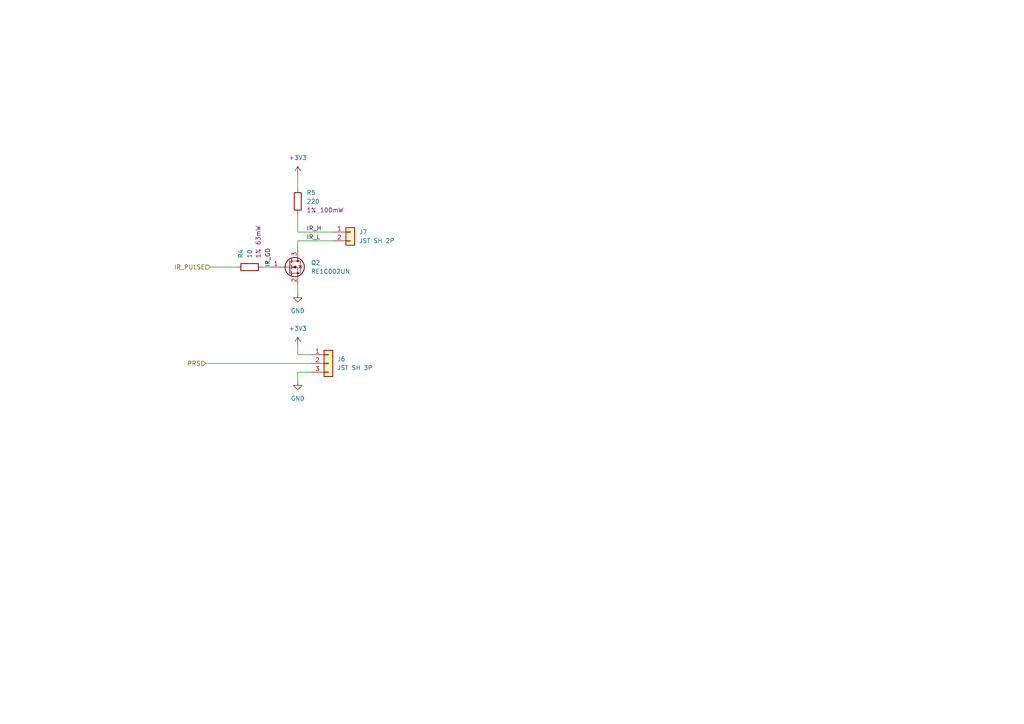
<source format=kicad_sch>
(kicad_sch (version 20231120) (generator "eeschema") (generator_version "8.0")
  (paper "A4")
  (lib_symbols
    (symbol "Connector_Generic:Conn_01x02" (pin_names (offset 1.016) hide)
      (property "Reference" "J" (at 0 2.54 0))
      (property "Value" "Conn_01x02" (at 0 -5.08 0))
      (symbol "Conn_01x02_1_1"
        (rectangle (start -1.27 -2.413) (end 0 -2.667) (stroke (width 0.1524)))
        (rectangle (start -1.27 0.127) (end 0 -0.127) (stroke (width 0.1524)))
        (rectangle (start -1.27 1.27) (end 1.27 -3.81) (stroke (width 0.254)) (fill (type background)))
        (pin passive line (at -5.08 0 0) (length 3.81) (name "Pin_1") (number "1"))
        (pin passive line (at -5.08 -2.54 0) (length 3.81) (name "Pin_2") (number "2"))
      )
    )
    (symbol "Connector_Generic:Conn_01x03" (pin_names (offset 1.016) hide)
      (property "Reference" "J" (at 0 5.08 0))
      (property "Value" "Conn_01x03" (at 0 -5.08 0))
      (symbol "Conn_01x03_1_1"
        (rectangle (start -1.27 -2.413) (end 0 -2.667) (stroke (width 0.1524)))
        (rectangle (start -1.27 0.127) (end 0 -0.127) (stroke (width 0.1524)))
        (rectangle (start -1.27 2.667) (end 0 2.413) (stroke (width 0.1524)))
        (rectangle (start -1.27 3.81) (end 1.27 -3.81) (stroke (width 0.254)) (fill (type background)))
        (pin passive line (at -5.08 2.54 0) (length 3.81) (name "Pin_1") (number "1"))
        (pin passive line (at -5.08 0 0) (length 3.81) (name "Pin_2") (number "2"))
        (pin passive line (at -5.08 -2.54 0) (length 3.81) (name "Pin_3") (number "3"))
      )
    )
    (symbol "Device:Q_NMOS_GSD" (pin_names (offset 0) hide)
      (property "Reference" "Q" (at 5.08 1.27 0))
      (property "Value" "Q_NMOS_GSD" (at 5.08 -1.27 0))
      (symbol "Q_NMOS_GSD_0_1"
        (polyline (pts (xy 0.254 0) (xy -2.54 0)))
        (polyline (pts (xy 0.254 1.905) (xy 0.254 -1.905)) (stroke (width 0.254)))
        (polyline (pts (xy 0.762 -1.27) (xy 0.762 -2.286)) (stroke (width 0.254)))
        (polyline (pts (xy 0.762 0.508) (xy 0.762 -0.508)) (stroke (width 0.254)))
        (polyline (pts (xy 0.762 2.286) (xy 0.762 1.27)) (stroke (width 0.254)))
        (polyline (pts (xy 2.54 2.54) (xy 2.54 1.778)))
        (polyline (pts (xy 2.54 -2.54) (xy 2.54 0) (xy 0.762 0)))
        (polyline (pts (xy 0.762 -1.778) (xy 3.302 -1.778) (xy 3.302 1.778) (xy 0.762 1.778)))
        (polyline (pts (xy 1.016 0) (xy 2.032 0.381) (xy 2.032 -0.381) (xy 1.016 0)) (fill (type outline)))
        (polyline (pts (xy 2.794 0.508) (xy 2.921 0.381) (xy 3.683 0.381) (xy 3.81 0.254)))
        (polyline (pts (xy 3.302 0.381) (xy 2.921 -0.254) (xy 3.683 -0.254) (xy 3.302 0.381)))
        (circle (center 1.651 0) (radius 2.794) (stroke (width 0.254)))
        (circle (center 2.54 -1.778) (radius 0.254) (fill (type outline)))
        (circle (center 2.54 1.778) (radius 0.254) (fill (type outline)))
      )
      (symbol "Q_NMOS_GSD_1_1"
        (pin input line (at -5.08 0 0) (length 2.54) (name "G") (number "1"))
        (pin passive line (at 2.54 -5.08 90) (length 2.54) (name "S") (number "2"))
        (pin passive line (at 2.54 5.08 270) (length 2.54) (name "D") (number "3"))
      )
    )
    (symbol "Device:R" (pin_numbers hide) (pin_names (offset 0))
      (property "Reference" "R" (at 2.032 0 90))
      (property "Value" "R" (at 0 0 90))
      (symbol "R_0_1"
        (rectangle (start -1.016 -2.54) (end 1.016 2.54) (stroke (width 0.254)))
      )
      (symbol "R_1_1"
        (pin passive line (at 0 3.81 270) (length 1.27) (name "~") (number "1"))
        (pin passive line (at 0 -3.81 90) (length 1.27) (name "~") (number "2"))
      )
    )
    (symbol "power:+3V3" (power) (pin_names (offset 0))
      (property "Value" "+3V3" (at 0 3.556 0))
      (symbol "+3V3_0_1"
        (polyline (pts (xy -0.762 1.27) (xy 0 2.54)))
        (polyline (pts (xy 0 0) (xy 0 2.54)))
        (polyline (pts (xy 0 2.54) (xy 0.762 1.27)))
      )
      (symbol "+3V3_1_1"
        (pin power_in line (at 0 0 90) (length 0) hide (name "+3V3") (number "1"))
      )
    )
    (symbol "power:GND" (power) (pin_names (offset 0))
      (property "Value" "GND" (at 0 -3.81 0))
      (symbol "GND_0_1"
        (polyline (pts (xy 0 0) (xy 0 -1.27) (xy 1.27 -1.27) (xy 0 -2.54) (xy -1.27 -1.27) (xy 0 -1.27)))
      )
      (symbol "GND_1_1"
        (pin power_in line (at 0 0 270) (length 0) hide (name "GND") (number "1"))
      )
    )
  )
  (wire (pts (xy 86.36 50.8) (xy 86.36 54.61)))
  (wire (pts (xy 86.36 82.55) (xy 86.36 85.09)))
  (wire (pts (xy 86.36 72.39) (xy 86.36 69.85)))
  (wire (pts (xy 59.69 105.41) (xy 90.17 105.41)))
  (wire (pts (xy 76.2 77.47) (xy 78.74 77.47)))
  (wire (pts (xy 86.36 100.33) (xy 86.36 102.87)))
  (wire (pts (xy 60.96 77.47) (xy 68.58 77.47)))
  (wire (pts (xy 86.36 69.85) (xy 96.52 69.85)))
  (wire (pts (xy 86.36 107.95) (xy 90.17 107.95)))
  (wire (pts (xy 86.36 110.49) (xy 86.36 107.95)))
  (wire (pts (xy 86.36 62.23) (xy 86.36 67.31)))
  (wire (pts (xy 86.36 67.31) (xy 96.52 67.31)))
  (wire (pts (xy 86.36 102.87) (xy 90.17 102.87)))
  (label "IR_L" (at 88.9 69.85 0))
  (label "IR_GD" (at 78.74 77.47 90))
  (label "IR_H" (at 88.9 67.31 0))
  (hierarchical_label "PRS" (shape input) (at 59.69 105.41 180))
  (hierarchical_label "IR_PULSE" (shape input) (at 60.96 77.47 180))
  (symbol (lib_id "power:+3V3") (at 86.36 50.8 0) (unit 1)
    (property "Reference" "#PWR010" (effects (hide yes)))
    (property "Value" "+3V3" (at 86.36 45.72 0))
    (instances (project "pellet_dispenser" (path "" (reference "#PWR010") (unit 1)) (path "" (reference "#PWR014") (unit 1))))
  )
  (symbol (lib_id "power:GND") (at 86.36 85.09 0) (unit 1)
    (property "Reference" "#PWR011" (effects (hide yes)))
    (property "Value" "GND" (at 86.36 90.17 0))
    (instances (project "pellet_dispenser" (path "" (reference "#PWR011") (unit 1)) (path "" (reference "#PWR015") (unit 1))))
  )
  (symbol (lib_id "Device:R") (at 72.39 77.47 90) (unit 1)
    (property "Reference" "R4" (at 69.85 74.93 0) (effects (justify left)))
    (property "Value" "10" (at 72.39 74.93 0) (effects (justify left)))
    (property "Footprint" "Resistor_SMD:R_0603_1608Metric" (effects (hide yes)))
    (property "Tolerance" "1%" (at 74.93 74.93 0) (effects (justify left)))
    (property "Power Rating" "63mW" (at 74.93 71.12 0) (effects (justify left)))
    (property "MPN" "RC0402FR-0710RL" (effects (hide yes)))
    (instances (project "pellet_dispenser" (path "" (reference "R4") (unit 1)) (path "" (reference "R6") (unit 1))))
  )
  (symbol (lib_id "Connector_Generic:Conn_01x02") (at 101.6 67.31 0) (unit 1)
    (property "Reference" "J7" (at 104.14 67.31 0) (effects (justify left)))
    (property "Value" "JST SH 2P" (at 104.14 69.85 0) (effects (justify left)))
    (property "Footprint" "Connector_JST:JST_SH_SM02B-SRSS-TB_1x02-1MP_P1.00mm_Horizontal" (effects (hide yes)))
    (property "MPN" "S2B-PH-SM4" (effects (hide yes)))
    (instances (project "pellet_dispenser" (path "" (reference "J7") (unit 1)) (path "" (reference "J9") (unit 1))))
  )
  (symbol (lib_id "Device:R") (at 86.36 58.42 0) (unit 1)
    (property "Reference" "R5" (at 88.9 55.88 0) (effects (justify left)))
    (property "Value" "220" (at 88.9 58.42 0) (effects (justify left)))
    (property "Footprint" "Resistor_SMD:R_0603_1608Metric" (effects (hide yes)))
    (property "Tolerance" "1%" (at 88.9 60.96 0) (effects (justify left)))
    (property "Power Rating" "100mW" (at 92.71 60.96 0) (effects (justify left)))
    (property "MPN" "WR06X2200FTL" (effects (hide yes)))
    (instances (project "pellet_dispenser" (path "" (reference "R5") (unit 1)) (path "" (reference "R7") (unit 1))))
  )
  (symbol (lib_id "Connector_Generic:Conn_01x03") (at 95.25 105.41 0) (unit 1)
    (property "Reference" "J6" (at 97.79 104.14 0) (effects (justify left)))
    (property "Value" "JST SH 3P" (at 97.79 106.68 0) (effects (justify left)))
    (property "Footprint" "Connector_JST:JST_SH_SM03B-SRSS-TB_1x03-1MP_P1.00mm_Horizontal" (effects (hide yes)))
    (property "MPN" "S3B-PH-SM4" (effects (hide yes)))
    (instances (project "pellet_dispenser" (path "" (reference "J6") (unit 1)) (path "" (reference "J8") (unit 1))))
  )
  (symbol (lib_id "power:+3V3") (at 86.36 100.33 0) (unit 1)
    (property "Reference" "#PWR012" (effects (hide yes)))
    (property "Value" "+3V3" (at 86.36 95.25 0))
    (instances (project "pellet_dispenser" (path "" (reference "#PWR012") (unit 1)) (path "" (reference "#PWR016") (unit 1))))
  )
  (symbol (lib_id "power:GND") (at 86.36 110.49 0) (unit 1)
    (property "Reference" "#PWR013" (effects (hide yes)))
    (property "Value" "GND" (at 86.36 115.57 0))
    (instances (project "pellet_dispenser" (path "" (reference "#PWR013") (unit 1)) (path "" (reference "#PWR017") (unit 1))))
  )
  (symbol (lib_id "Device:Q_NMOS_GSD") (at 83.82 77.47 0) (unit 1)
    (property "Reference" "Q2" (at 90.17 76.2 0) (effects (justify left)))
    (property "Value" "RE1C002UN" (at 90.17 78.74 0) (effects (justify left)))
    (property "Footprint" "Package_TO_SOT_SMD:SOT-416" (effects (hide yes)))
    (property "MPN" "RE1C002UN" (effects (hide yes)))
    (instances (project "pellet_dispenser" (path "" (reference "Q2") (unit 1)) (path "" (reference "Q3") (unit 1))))
  )
)
</source>
